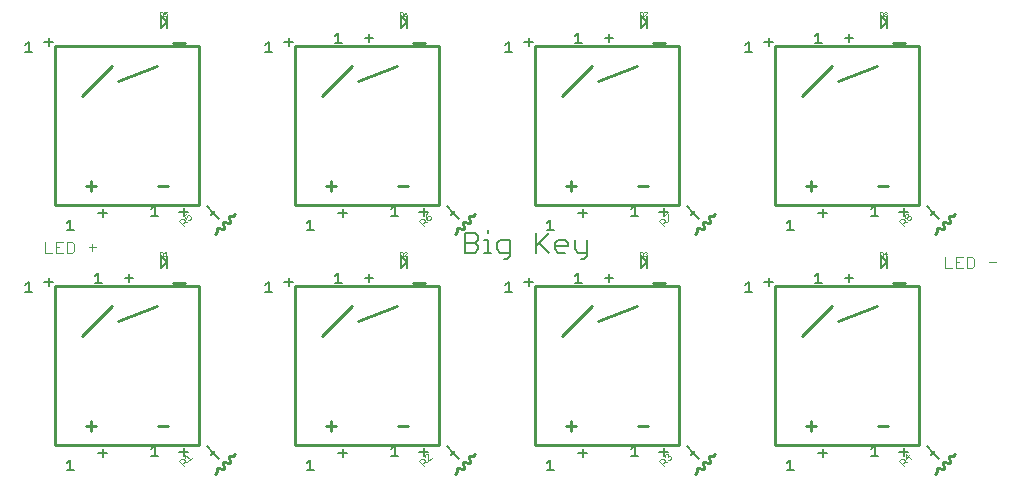
<source format=gbr>
G04 EAGLE Gerber RS-274X export*
G75*
%MOMM*%
%FSLAX34Y34*%
%LPD*%
%INSilkscreen Top*%
%IPPOS*%
%AMOC8*
5,1,8,0,0,1.08239X$1,22.5*%
G01*
%ADD10C,0.152400*%
%ADD11C,0.203200*%
%ADD12C,0.254000*%
%ADD13C,0.177800*%
%ADD14C,0.076200*%
%ADD15C,0.228600*%
%ADD16C,0.050800*%
%ADD17C,0.025400*%


D10*
X9419Y163369D02*
X12301Y166250D01*
X12301Y157607D01*
X15182Y157607D02*
X9419Y157607D01*
D11*
X25649Y166375D02*
X32767Y166375D01*
X29208Y169934D02*
X29208Y162816D01*
D10*
X68474Y170989D02*
X71356Y173870D01*
X71356Y165227D01*
X74237Y165227D02*
X68474Y165227D01*
D11*
X93594Y169550D02*
X100712Y169550D01*
X97153Y173109D02*
X97153Y165991D01*
D10*
X47628Y15755D02*
X44747Y12874D01*
X47628Y15755D02*
X47628Y7112D01*
X44747Y7112D02*
X50509Y7112D01*
D11*
X71369Y21595D02*
X78487Y21595D01*
X74928Y25154D02*
X74928Y18036D01*
D10*
X116099Y24939D02*
X118981Y27820D01*
X118981Y19177D01*
X121862Y19177D02*
X116099Y19177D01*
D11*
X143505Y18796D02*
X143505Y25914D01*
X139946Y22355D02*
X147065Y22355D01*
D12*
X170180Y3810D02*
X171450Y5080D01*
X171450Y8890D01*
X177800Y7620D01*
X185420Y19050D02*
X186690Y20320D01*
X176530Y13970D02*
X177800Y7620D01*
X176530Y13970D02*
X182880Y12700D01*
X181610Y19050D01*
X185420Y19050D01*
D13*
X124587Y177800D02*
X124587Y187960D01*
X129413Y182880D02*
X124587Y177800D01*
X129413Y182880D02*
X124587Y187960D01*
X129413Y187960D02*
X129413Y182880D01*
X129413Y177800D01*
D10*
X212619Y163369D02*
X215501Y166250D01*
X215501Y157607D01*
X218382Y157607D02*
X212619Y157607D01*
D11*
X228849Y166375D02*
X235967Y166375D01*
X232408Y169934D02*
X232408Y162816D01*
D10*
X271674Y170989D02*
X274556Y173870D01*
X274556Y165227D01*
X277437Y165227D02*
X271674Y165227D01*
D11*
X296794Y169550D02*
X303912Y169550D01*
X300353Y173109D02*
X300353Y165991D01*
D10*
X250828Y15755D02*
X247947Y12874D01*
X250828Y15755D02*
X250828Y7112D01*
X247947Y7112D02*
X253709Y7112D01*
D11*
X274569Y21595D02*
X281687Y21595D01*
X278128Y25154D02*
X278128Y18036D01*
D10*
X319299Y24939D02*
X322181Y27820D01*
X322181Y19177D01*
X325062Y19177D02*
X319299Y19177D01*
D11*
X346705Y18796D02*
X346705Y25914D01*
X343146Y22355D02*
X350265Y22355D01*
D12*
X373380Y3810D02*
X374650Y5080D01*
X374650Y8890D01*
X381000Y7620D01*
X388620Y19050D02*
X389890Y20320D01*
X379730Y13970D02*
X381000Y7620D01*
X379730Y13970D02*
X386080Y12700D01*
X384810Y19050D01*
X388620Y19050D01*
D13*
X327787Y177800D02*
X327787Y187960D01*
X332613Y182880D02*
X327787Y177800D01*
X332613Y182880D02*
X327787Y187960D01*
X332613Y187960D02*
X332613Y182880D01*
X332613Y177800D01*
D10*
X415819Y163369D02*
X418701Y166250D01*
X418701Y157607D01*
X421582Y157607D02*
X415819Y157607D01*
D11*
X432049Y166375D02*
X439167Y166375D01*
X435608Y169934D02*
X435608Y162816D01*
D10*
X474874Y170989D02*
X477756Y173870D01*
X477756Y165227D01*
X480637Y165227D02*
X474874Y165227D01*
D11*
X499994Y169550D02*
X507112Y169550D01*
X503553Y173109D02*
X503553Y165991D01*
D10*
X454028Y15755D02*
X451147Y12874D01*
X454028Y15755D02*
X454028Y7112D01*
X451147Y7112D02*
X456909Y7112D01*
D11*
X477769Y21595D02*
X484887Y21595D01*
X481328Y25154D02*
X481328Y18036D01*
D10*
X522499Y24939D02*
X525381Y27820D01*
X525381Y19177D01*
X528262Y19177D02*
X522499Y19177D01*
D11*
X549905Y18796D02*
X549905Y25914D01*
X546346Y22355D02*
X553465Y22355D01*
D12*
X576580Y3810D02*
X577850Y5080D01*
X577850Y8890D01*
X584200Y7620D01*
X591820Y19050D02*
X593090Y20320D01*
X582930Y13970D02*
X584200Y7620D01*
X582930Y13970D02*
X589280Y12700D01*
X588010Y19050D01*
X591820Y19050D01*
D13*
X530987Y177800D02*
X530987Y187960D01*
X535813Y182880D02*
X530987Y177800D01*
X535813Y182880D02*
X530987Y187960D01*
X535813Y187960D02*
X535813Y182880D01*
X535813Y177800D01*
D10*
X619019Y163369D02*
X621901Y166250D01*
X621901Y157607D01*
X624782Y157607D02*
X619019Y157607D01*
D11*
X635249Y166375D02*
X642367Y166375D01*
X638808Y169934D02*
X638808Y162816D01*
D10*
X678074Y170989D02*
X680956Y173870D01*
X680956Y165227D01*
X683837Y165227D02*
X678074Y165227D01*
D11*
X703194Y169550D02*
X710312Y169550D01*
X706753Y173109D02*
X706753Y165991D01*
D10*
X657228Y15755D02*
X654347Y12874D01*
X657228Y15755D02*
X657228Y7112D01*
X654347Y7112D02*
X660109Y7112D01*
D11*
X680969Y21595D02*
X688087Y21595D01*
X684528Y25154D02*
X684528Y18036D01*
D10*
X725699Y24939D02*
X728581Y27820D01*
X728581Y19177D01*
X731462Y19177D02*
X725699Y19177D01*
D11*
X753105Y18796D02*
X753105Y25914D01*
X749546Y22355D02*
X756665Y22355D01*
D12*
X779780Y3810D02*
X781050Y5080D01*
X781050Y8890D01*
X787400Y7620D01*
X795020Y19050D02*
X796290Y20320D01*
X786130Y13970D02*
X787400Y7620D01*
X786130Y13970D02*
X792480Y12700D01*
X791210Y19050D01*
X795020Y19050D01*
D13*
X734187Y177800D02*
X734187Y187960D01*
X739013Y182880D02*
X734187Y177800D01*
X739013Y182880D02*
X734187Y187960D01*
X739013Y187960D02*
X739013Y182880D01*
X739013Y177800D01*
D10*
X12301Y369450D02*
X9419Y366569D01*
X12301Y369450D02*
X12301Y360807D01*
X15182Y360807D02*
X9419Y360807D01*
D11*
X25649Y369575D02*
X32767Y369575D01*
X29208Y373134D02*
X29208Y366016D01*
D10*
X47628Y218955D02*
X44747Y216074D01*
X47628Y218955D02*
X47628Y210312D01*
X44747Y210312D02*
X50509Y210312D01*
D11*
X71369Y224795D02*
X78487Y224795D01*
X74928Y228354D02*
X74928Y221236D01*
D10*
X116099Y228139D02*
X118981Y231020D01*
X118981Y222377D01*
X121862Y222377D02*
X116099Y222377D01*
D11*
X143505Y221996D02*
X143505Y229114D01*
X139946Y225555D02*
X147065Y225555D01*
D12*
X170180Y207010D02*
X171450Y208280D01*
X171450Y212090D01*
X177800Y210820D01*
X185420Y222250D02*
X186690Y223520D01*
X176530Y217170D02*
X177800Y210820D01*
X176530Y217170D02*
X182880Y215900D01*
X181610Y222250D01*
X185420Y222250D01*
D13*
X124587Y381000D02*
X124587Y391160D01*
X129413Y386080D02*
X124587Y381000D01*
X129413Y386080D02*
X124587Y391160D01*
X129413Y391160D02*
X129413Y386080D01*
X129413Y381000D01*
D10*
X212619Y366569D02*
X215501Y369450D01*
X215501Y360807D01*
X218382Y360807D02*
X212619Y360807D01*
D11*
X228849Y369575D02*
X235967Y369575D01*
X232408Y373134D02*
X232408Y366016D01*
D10*
X271674Y374189D02*
X274556Y377070D01*
X274556Y368427D01*
X277437Y368427D02*
X271674Y368427D01*
D11*
X296794Y372750D02*
X303912Y372750D01*
X300353Y376309D02*
X300353Y369191D01*
D10*
X250828Y218955D02*
X247947Y216074D01*
X250828Y218955D02*
X250828Y210312D01*
X247947Y210312D02*
X253709Y210312D01*
D11*
X274569Y224795D02*
X281687Y224795D01*
X278128Y228354D02*
X278128Y221236D01*
D10*
X319299Y228139D02*
X322181Y231020D01*
X322181Y222377D01*
X325062Y222377D02*
X319299Y222377D01*
D11*
X346705Y221996D02*
X346705Y229114D01*
X343146Y225555D02*
X350265Y225555D01*
D12*
X373380Y207010D02*
X374650Y208280D01*
X374650Y212090D01*
X381000Y210820D01*
X388620Y222250D02*
X389890Y223520D01*
X379730Y217170D02*
X381000Y210820D01*
X379730Y217170D02*
X386080Y215900D01*
X384810Y222250D01*
X388620Y222250D01*
D13*
X327787Y381000D02*
X327787Y391160D01*
X332613Y386080D02*
X327787Y381000D01*
X332613Y386080D02*
X327787Y391160D01*
X332613Y391160D02*
X332613Y386080D01*
X332613Y381000D01*
D10*
X415819Y366569D02*
X418701Y369450D01*
X418701Y360807D01*
X421582Y360807D02*
X415819Y360807D01*
D11*
X432049Y369575D02*
X439167Y369575D01*
X435608Y373134D02*
X435608Y366016D01*
D10*
X474874Y374189D02*
X477756Y377070D01*
X477756Y368427D01*
X480637Y368427D02*
X474874Y368427D01*
D11*
X499994Y372750D02*
X507112Y372750D01*
X503553Y376309D02*
X503553Y369191D01*
D10*
X454028Y218955D02*
X451147Y216074D01*
X454028Y218955D02*
X454028Y210312D01*
X451147Y210312D02*
X456909Y210312D01*
D11*
X477769Y224795D02*
X484887Y224795D01*
X481328Y228354D02*
X481328Y221236D01*
D10*
X522499Y228139D02*
X525381Y231020D01*
X525381Y222377D01*
X528262Y222377D02*
X522499Y222377D01*
D11*
X549905Y221996D02*
X549905Y229114D01*
X546346Y225555D02*
X553465Y225555D01*
D12*
X576580Y207010D02*
X577850Y208280D01*
X577850Y212090D01*
X584200Y210820D01*
X591820Y222250D02*
X593090Y223520D01*
X582930Y217170D02*
X584200Y210820D01*
X582930Y217170D02*
X589280Y215900D01*
X588010Y222250D01*
X591820Y222250D01*
D13*
X530987Y381000D02*
X530987Y391160D01*
X535813Y386080D02*
X530987Y381000D01*
X535813Y386080D02*
X530987Y391160D01*
X535813Y391160D02*
X535813Y386080D01*
X535813Y381000D01*
D10*
X619019Y366569D02*
X621901Y369450D01*
X621901Y360807D01*
X624782Y360807D02*
X619019Y360807D01*
D11*
X635249Y369575D02*
X642367Y369575D01*
X638808Y373134D02*
X638808Y366016D01*
D10*
X678074Y374189D02*
X680956Y377070D01*
X680956Y368427D01*
X683837Y368427D02*
X678074Y368427D01*
D11*
X703194Y372750D02*
X710312Y372750D01*
X706753Y376309D02*
X706753Y369191D01*
D10*
X657228Y218955D02*
X654347Y216074D01*
X657228Y218955D02*
X657228Y210312D01*
X654347Y210312D02*
X660109Y210312D01*
D11*
X680969Y224795D02*
X688087Y224795D01*
X684528Y228354D02*
X684528Y221236D01*
D10*
X725699Y228139D02*
X728581Y231020D01*
X728581Y222377D01*
X731462Y222377D02*
X725699Y222377D01*
D11*
X753105Y221996D02*
X753105Y229114D01*
X749546Y225555D02*
X756665Y225555D01*
D12*
X779780Y207010D02*
X781050Y208280D01*
X781050Y212090D01*
X787400Y210820D01*
X795020Y222250D02*
X796290Y223520D01*
X786130Y217170D02*
X787400Y210820D01*
X786130Y217170D02*
X792480Y215900D01*
X791210Y222250D01*
X795020Y222250D01*
D13*
X734187Y381000D02*
X734187Y391160D01*
X739013Y386080D02*
X734187Y381000D01*
X739013Y386080D02*
X734187Y391160D01*
X739013Y391160D02*
X739013Y386080D01*
X739013Y381000D01*
D10*
X381762Y207532D02*
X381762Y191262D01*
X381762Y207532D02*
X389897Y207532D01*
X392609Y204820D01*
X392609Y202109D01*
X389897Y199397D01*
X392609Y196685D01*
X392609Y193974D01*
X389897Y191262D01*
X381762Y191262D01*
X381762Y199397D02*
X389897Y199397D01*
X398134Y202109D02*
X400845Y202109D01*
X400845Y191262D01*
X398134Y191262D02*
X403557Y191262D01*
X400845Y207532D02*
X400845Y210244D01*
X414471Y185839D02*
X417183Y185839D01*
X419895Y188550D01*
X419895Y202109D01*
X411760Y202109D01*
X409048Y199397D01*
X409048Y193974D01*
X411760Y191262D01*
X419895Y191262D01*
X441791Y191262D02*
X441791Y207532D01*
X441791Y196685D02*
X452638Y207532D01*
X444503Y199397D02*
X452638Y191262D01*
X460874Y191262D02*
X466298Y191262D01*
X460874Y191262D02*
X458163Y193974D01*
X458163Y199397D01*
X460874Y202109D01*
X466298Y202109D01*
X469009Y199397D01*
X469009Y196685D01*
X458163Y196685D01*
X474534Y193974D02*
X474534Y202109D01*
X474534Y193974D02*
X477246Y191262D01*
X485381Y191262D01*
X485381Y188550D02*
X485381Y202109D01*
X485381Y188550D02*
X482669Y185839D01*
X479957Y185839D01*
D14*
X25781Y190881D02*
X25781Y200287D01*
X25781Y190881D02*
X32052Y190881D01*
X35136Y200287D02*
X41407Y200287D01*
X35136Y200287D02*
X35136Y190881D01*
X41407Y190881D01*
X38272Y195584D02*
X35136Y195584D01*
X44491Y200287D02*
X44491Y190881D01*
X49194Y190881D01*
X50762Y192449D01*
X50762Y198719D01*
X49194Y200287D01*
X44491Y200287D01*
X63202Y195584D02*
X69472Y195584D01*
X66337Y198719D02*
X66337Y192449D01*
X787781Y187587D02*
X787781Y178181D01*
X794052Y178181D01*
X797136Y187587D02*
X803407Y187587D01*
X797136Y187587D02*
X797136Y178181D01*
X803407Y178181D01*
X800272Y182884D02*
X797136Y182884D01*
X806491Y187587D02*
X806491Y178181D01*
X811194Y178181D01*
X812762Y179749D01*
X812762Y186019D01*
X811194Y187587D01*
X806491Y187587D01*
X825202Y182884D02*
X831472Y182884D01*
D15*
X69414Y44456D02*
X60770Y44456D01*
X65092Y48777D02*
X65092Y40134D01*
X121793Y44456D02*
X130436Y44456D01*
D12*
X57150Y120650D02*
X82550Y146050D01*
X87630Y133350D02*
X120650Y146050D01*
X156210Y162560D02*
X34290Y162560D01*
X156210Y162560D02*
X156210Y27940D01*
X34290Y27940D01*
X34290Y162560D01*
D11*
X168365Y21680D02*
X173753Y16292D01*
X168365Y21680D02*
X162977Y27068D01*
X168365Y21680D02*
X170161Y23476D01*
X168365Y21680D02*
X166569Y19884D01*
D16*
X143677Y10860D02*
X139723Y14815D01*
X141700Y16792D01*
X143018Y16792D01*
X144336Y15474D01*
X144336Y14156D01*
X142359Y12178D01*
X143677Y13497D02*
X146314Y13497D01*
X145010Y17466D02*
X145010Y20102D01*
X148965Y16147D01*
X147646Y14829D02*
X150283Y17466D01*
D12*
X144780Y165862D02*
X134620Y165862D01*
D17*
X123385Y187927D02*
X123385Y191740D01*
X123385Y187927D02*
X125292Y187927D01*
X125927Y188563D01*
X125927Y191105D01*
X125292Y191740D01*
X123385Y191740D01*
X127127Y190469D02*
X128398Y191740D01*
X128398Y187927D01*
X127127Y187927D02*
X129669Y187927D01*
D15*
X263970Y44456D02*
X272614Y44456D01*
X268292Y48777D02*
X268292Y40134D01*
X324993Y44456D02*
X333636Y44456D01*
D12*
X260350Y120650D02*
X285750Y146050D01*
X290830Y133350D02*
X323850Y146050D01*
X359410Y162560D02*
X237490Y162560D01*
X359410Y162560D02*
X359410Y27940D01*
X237490Y27940D01*
X237490Y162560D01*
D11*
X371565Y21680D02*
X376953Y16292D01*
X371565Y21680D02*
X366177Y27068D01*
X371565Y21680D02*
X373361Y23476D01*
X371565Y21680D02*
X369769Y19884D01*
D16*
X346877Y10860D02*
X342923Y14815D01*
X344900Y16792D01*
X346218Y16792D01*
X347536Y15474D01*
X347536Y14156D01*
X345559Y12178D01*
X346877Y13497D02*
X349514Y13497D01*
X350846Y14829D02*
X353483Y17466D01*
X350846Y20102D02*
X350846Y14829D01*
X350846Y20102D02*
X350187Y20761D01*
X348869Y20761D01*
X347551Y19443D01*
X347551Y18125D01*
D12*
X347980Y165862D02*
X337820Y165862D01*
D17*
X326585Y187927D02*
X326585Y191740D01*
X326585Y187927D02*
X328492Y187927D01*
X329127Y188563D01*
X329127Y191105D01*
X328492Y191740D01*
X326585Y191740D01*
X330327Y187927D02*
X332869Y187927D01*
X330327Y187927D02*
X332869Y190469D01*
X332869Y191105D01*
X332234Y191740D01*
X330963Y191740D01*
X330327Y191105D01*
D15*
X467170Y44456D02*
X475814Y44456D01*
X471492Y48777D02*
X471492Y40134D01*
X528193Y44456D02*
X536836Y44456D01*
D12*
X463550Y120650D02*
X488950Y146050D01*
X494030Y133350D02*
X527050Y146050D01*
X562610Y162560D02*
X440690Y162560D01*
X562610Y162560D02*
X562610Y27940D01*
X440690Y27940D01*
X440690Y162560D01*
D11*
X574765Y21680D02*
X580153Y16292D01*
X574765Y21680D02*
X569377Y27068D01*
X574765Y21680D02*
X576561Y23476D01*
X574765Y21680D02*
X572969Y19884D01*
D16*
X550077Y10860D02*
X546123Y14815D01*
X548100Y16792D01*
X549418Y16792D01*
X550736Y15474D01*
X550736Y14156D01*
X548759Y12178D01*
X550077Y13497D02*
X552714Y13497D01*
X550751Y18125D02*
X550751Y19443D01*
X552069Y20761D01*
X553387Y20761D01*
X554046Y20102D01*
X554046Y18784D01*
X553387Y18125D01*
X554046Y18784D02*
X555365Y18784D01*
X556024Y18125D01*
X556024Y16806D01*
X554705Y15488D01*
X553387Y15488D01*
D12*
X551180Y165862D02*
X541020Y165862D01*
D17*
X529785Y187927D02*
X529785Y191740D01*
X529785Y187927D02*
X531692Y187927D01*
X532327Y188563D01*
X532327Y191105D01*
X531692Y191740D01*
X529785Y191740D01*
X533527Y191105D02*
X534163Y191740D01*
X535434Y191740D01*
X536069Y191105D01*
X536069Y190469D01*
X535434Y189834D01*
X534798Y189834D01*
X535434Y189834D02*
X536069Y189198D01*
X536069Y188563D01*
X535434Y187927D01*
X534163Y187927D01*
X533527Y188563D01*
D15*
X670370Y44456D02*
X679014Y44456D01*
X674692Y48777D02*
X674692Y40134D01*
X731393Y44456D02*
X740036Y44456D01*
D12*
X666750Y120650D02*
X692150Y146050D01*
X697230Y133350D02*
X730250Y146050D01*
X765810Y162560D02*
X643890Y162560D01*
X765810Y162560D02*
X765810Y27940D01*
X643890Y27940D01*
X643890Y162560D01*
D11*
X777965Y21680D02*
X783353Y16292D01*
X777965Y21680D02*
X772577Y27068D01*
X777965Y21680D02*
X779761Y23476D01*
X777965Y21680D02*
X776169Y19884D01*
D16*
X753277Y10860D02*
X749323Y14815D01*
X751300Y16792D01*
X752618Y16792D01*
X753936Y15474D01*
X753936Y14156D01*
X751959Y12178D01*
X753277Y13497D02*
X755914Y13497D01*
X759224Y16806D02*
X755269Y20761D01*
X755269Y16806D01*
X757905Y19443D01*
D12*
X754380Y165862D02*
X744220Y165862D01*
D17*
X732985Y187927D02*
X732985Y191740D01*
X732985Y187927D02*
X734892Y187927D01*
X735527Y188563D01*
X735527Y191105D01*
X734892Y191740D01*
X732985Y191740D01*
X738634Y191740D02*
X738634Y187927D01*
X736727Y189834D02*
X738634Y191740D01*
X739269Y189834D02*
X736727Y189834D01*
D15*
X69414Y247656D02*
X60770Y247656D01*
X65092Y251977D02*
X65092Y243334D01*
X121793Y247656D02*
X130436Y247656D01*
D12*
X57150Y323850D02*
X82550Y349250D01*
X87630Y336550D02*
X120650Y349250D01*
X156210Y365760D02*
X34290Y365760D01*
X156210Y365760D02*
X156210Y231140D01*
X34290Y231140D01*
X34290Y365760D01*
D11*
X168365Y224880D02*
X173753Y219492D01*
X168365Y224880D02*
X162977Y230268D01*
X168365Y224880D02*
X170161Y226676D01*
X168365Y224880D02*
X166569Y223084D01*
D16*
X143677Y214060D02*
X139723Y218015D01*
X141700Y219992D01*
X143018Y219992D01*
X144336Y218674D01*
X144336Y217356D01*
X142359Y215378D01*
X143677Y216697D02*
X146314Y216697D01*
X143692Y221984D02*
X146328Y224620D01*
X143692Y221984D02*
X145669Y220006D01*
X146328Y221984D01*
X146987Y222643D01*
X148305Y222643D01*
X149624Y221325D01*
X149624Y220006D01*
X148305Y218688D01*
X146987Y218688D01*
D12*
X144780Y369062D02*
X134620Y369062D01*
D17*
X123385Y391127D02*
X123385Y394940D01*
X123385Y391127D02*
X125292Y391127D01*
X125927Y391763D01*
X125927Y394305D01*
X125292Y394940D01*
X123385Y394940D01*
X127127Y394940D02*
X129669Y394940D01*
X127127Y394940D02*
X127127Y393034D01*
X128398Y393669D01*
X129034Y393669D01*
X129669Y393034D01*
X129669Y391763D01*
X129034Y391127D01*
X127763Y391127D01*
X127127Y391763D01*
D15*
X263970Y247656D02*
X272614Y247656D01*
X268292Y251977D02*
X268292Y243334D01*
X324993Y247656D02*
X333636Y247656D01*
D12*
X260350Y323850D02*
X285750Y349250D01*
X290830Y336550D02*
X323850Y349250D01*
X359410Y365760D02*
X237490Y365760D01*
X359410Y365760D02*
X359410Y231140D01*
X237490Y231140D01*
X237490Y365760D01*
D11*
X371565Y224880D02*
X376953Y219492D01*
X371565Y224880D02*
X366177Y230268D01*
X371565Y224880D02*
X373361Y226676D01*
X371565Y224880D02*
X369769Y223084D01*
D16*
X346877Y214060D02*
X342923Y218015D01*
X344900Y219992D01*
X346218Y219992D01*
X347536Y218674D01*
X347536Y217356D01*
X345559Y215378D01*
X346877Y216697D02*
X349514Y216697D01*
X348869Y222643D02*
X349528Y224620D01*
X348869Y222643D02*
X348869Y220006D01*
X350187Y218688D01*
X351505Y218688D01*
X352824Y220006D01*
X352824Y221325D01*
X352165Y221984D01*
X350846Y221984D01*
X348869Y220006D01*
D12*
X347980Y369062D02*
X337820Y369062D01*
D17*
X326585Y391127D02*
X326585Y394940D01*
X326585Y391127D02*
X328492Y391127D01*
X329127Y391763D01*
X329127Y394305D01*
X328492Y394940D01*
X326585Y394940D01*
X331598Y394305D02*
X332869Y394940D01*
X331598Y394305D02*
X330327Y393034D01*
X330327Y391763D01*
X330963Y391127D01*
X332234Y391127D01*
X332869Y391763D01*
X332869Y392398D01*
X332234Y393034D01*
X330327Y393034D01*
D15*
X467170Y247656D02*
X475814Y247656D01*
X471492Y251977D02*
X471492Y243334D01*
X528193Y247656D02*
X536836Y247656D01*
D12*
X463550Y323850D02*
X488950Y349250D01*
X494030Y336550D02*
X527050Y349250D01*
X562610Y365760D02*
X440690Y365760D01*
X562610Y365760D02*
X562610Y231140D01*
X440690Y231140D01*
X440690Y365760D01*
D11*
X574765Y224880D02*
X580153Y219492D01*
X574765Y224880D02*
X569377Y230268D01*
X574765Y224880D02*
X576561Y226676D01*
X574765Y224880D02*
X572969Y223084D01*
D16*
X550077Y214060D02*
X546123Y218015D01*
X548100Y219992D01*
X549418Y219992D01*
X550736Y218674D01*
X550736Y217356D01*
X548759Y215378D01*
X550077Y216697D02*
X552714Y216697D01*
X550092Y221984D02*
X552728Y224620D01*
X553387Y223961D01*
X553387Y218688D01*
X554046Y218029D01*
D12*
X551180Y369062D02*
X541020Y369062D01*
D17*
X529785Y391127D02*
X529785Y394940D01*
X529785Y391127D02*
X531692Y391127D01*
X532327Y391763D01*
X532327Y394305D01*
X531692Y394940D01*
X529785Y394940D01*
X533527Y394940D02*
X536069Y394940D01*
X536069Y394305D01*
X533527Y391763D01*
X533527Y391127D01*
D15*
X670370Y247656D02*
X679014Y247656D01*
X674692Y251977D02*
X674692Y243334D01*
X731393Y247656D02*
X740036Y247656D01*
D12*
X666750Y323850D02*
X692150Y349250D01*
X697230Y336550D02*
X730250Y349250D01*
X765810Y365760D02*
X643890Y365760D01*
X765810Y365760D02*
X765810Y231140D01*
X643890Y231140D01*
X643890Y365760D01*
D11*
X777965Y224880D02*
X783353Y219492D01*
X777965Y224880D02*
X772577Y230268D01*
X777965Y224880D02*
X779761Y226676D01*
X777965Y224880D02*
X776169Y223084D01*
D16*
X753277Y214060D02*
X749323Y218015D01*
X751300Y219992D01*
X752618Y219992D01*
X753936Y218674D01*
X753936Y217356D01*
X751959Y215378D01*
X753277Y216697D02*
X755914Y216697D01*
X753951Y221325D02*
X753951Y222643D01*
X755269Y223961D01*
X756587Y223961D01*
X757246Y223302D01*
X757246Y221984D01*
X758565Y221984D01*
X759224Y221325D01*
X759224Y220006D01*
X757905Y218688D01*
X756587Y218688D01*
X755928Y219347D01*
X755928Y220666D01*
X754610Y220666D01*
X753951Y221325D01*
X755928Y220666D02*
X757246Y221984D01*
D12*
X754380Y369062D02*
X744220Y369062D01*
D17*
X732985Y391127D02*
X732985Y394940D01*
X732985Y391127D02*
X734892Y391127D01*
X735527Y391763D01*
X735527Y394305D01*
X734892Y394940D01*
X732985Y394940D01*
X736727Y394305D02*
X737363Y394940D01*
X738634Y394940D01*
X739269Y394305D01*
X739269Y393669D01*
X738634Y393034D01*
X739269Y392398D01*
X739269Y391763D01*
X738634Y391127D01*
X737363Y391127D01*
X736727Y391763D01*
X736727Y392398D01*
X737363Y393034D01*
X736727Y393669D01*
X736727Y394305D01*
X737363Y393034D02*
X738634Y393034D01*
M02*

</source>
